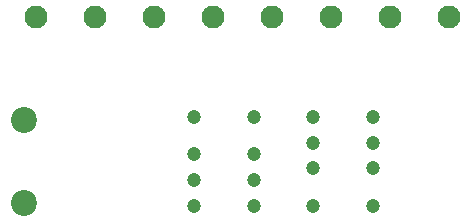
<source format=gbr>
%TF.GenerationSoftware,KiCad,Pcbnew,9.0.1*%
%TF.CreationDate,2025-06-11T23:13:24+02:00*%
%TF.ProjectId,PUTM_EV_CART_INDICATOR,5055544d-5f45-4565-9f43-4152545f494e,rev?*%
%TF.SameCoordinates,Original*%
%TF.FileFunction,Soldermask,Bot*%
%TF.FilePolarity,Negative*%
%FSLAX46Y46*%
G04 Gerber Fmt 4.6, Leading zero omitted, Abs format (unit mm)*
G04 Created by KiCad (PCBNEW 9.0.1) date 2025-06-11 23:13:24*
%MOMM*%
%LPD*%
G01*
G04 APERTURE LIST*
%ADD10C,1.200000*%
%ADD11C,2.200000*%
%ADD12C,1.950000*%
G04 APERTURE END LIST*
D10*
%TO.C,K3*%
X99357500Y-73700000D03*
X99357500Y-76900000D03*
X99357500Y-79100000D03*
X99357500Y-81300000D03*
X104437500Y-81300000D03*
X104437500Y-79100000D03*
X104437500Y-76900000D03*
X104437500Y-73700000D03*
%TD*%
%TO.C,K4*%
X114517500Y-81300000D03*
X114517500Y-78100000D03*
X114517500Y-75900000D03*
X114517500Y-73700000D03*
X109437500Y-73700000D03*
X109437500Y-75900000D03*
X109437500Y-78100000D03*
X109437500Y-81300000D03*
%TD*%
D11*
%TO.C,H1*%
X85000000Y-81000000D03*
%TD*%
%TO.C,H2*%
X85000000Y-74000000D03*
%TD*%
D12*
%TO.C,J1*%
X86000000Y-65280000D03*
X91000000Y-65280000D03*
X96000000Y-65280000D03*
X101000000Y-65280000D03*
X106000000Y-65280000D03*
X111000000Y-65280000D03*
X116000000Y-65280000D03*
X121000000Y-65280000D03*
%TD*%
M02*

</source>
